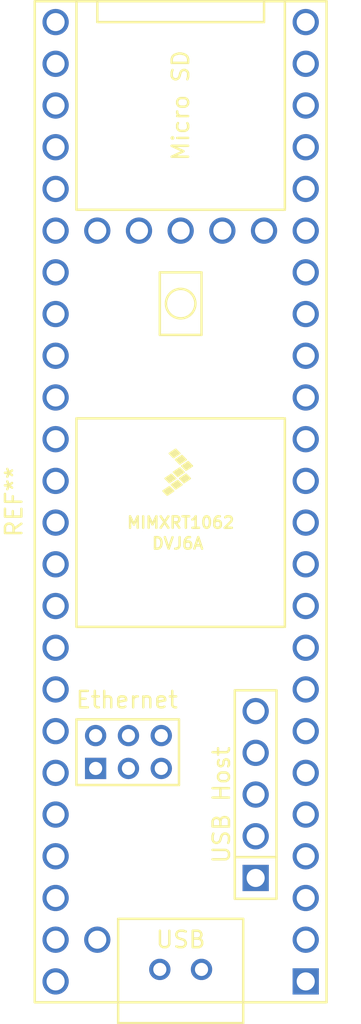
<source format=kicad_pcb>
(kicad_pcb (version 20221018) (generator pcbnew)
  (layers (0 "F.Cu" signal) (31 "B.Cu" signal) (34 "B.Paste" user) (35 "F.Paste" user) (36 "B.SilkS" user "B.Silkscreen") (37 "F.SilkS" user "F.Silkscreen") (38 "B.Mask" user) (39 "F.Mask" user) (44 "Edge.Cuts" user))
  (net 0 "")
  (footprint "MicroControllers:Teensy41" (layer "F.Cu") (at 129.54 85.09 90)
    (fp_text reference "REF**" (at 0 -10.16 90) (layer "F.SilkS"))
    (fp_text value "Teensy 4.1")
    (fp_text user "MIMXRT1062" (at -1.27 0) (layer "F.SilkS") (effects (font (size 0.7 0.7))))
    (fp_text user "USB Host" (at -18.4658 2.4892 90) (layer "F.SilkS"))
    (fp_text user "DVJ6A" (at -2.54 -0.18) (layer "F.SilkS") (effects (font (size 0.7 0.7))))
    (fp_text user "Ethernet" (at -12.065 -3.2766) (layer "F.SilkS"))
    (fp_text user "USB" (at -26.67 0) (layer "F.SilkS"))
    (fp_text user "Micro SD" (at 24.13 0 90) (layer "F.SilkS"))
    (fp_line (start -31.75 -3.81) (end -30.48 -3.81) (stroke (width 0.15)) (layer "F.SilkS"))
    (fp_line (start -31.75 3.81) (end -31.75 -3.81) (stroke (width 0.15)) (layer "F.SilkS"))
    (fp_line (start -30.48 -8.89) (end 30.48 -8.89) (stroke (width 0.15)) (layer "F.SilkS"))
    (fp_line (start -30.48 3.81) (end -31.75 3.81) (stroke (width 0.15)) (layer "F.SilkS"))
    (fp_line (start -30.48 8.89) (end -30.48 -8.89) (stroke (width 0.15)) (layer "F.SilkS"))
    (fp_line (start -25.4 -3.81) (end -30.48 -3.81) (stroke (width 0.15)) (layer "F.SilkS"))
    (fp_line (start -25.4 3.81) (end -30.48 3.81) (stroke (width 0.15)) (layer "F.SilkS"))
    (fp_line (start -25.4 3.81) (end -25.4 -3.81) (stroke (width 0.15)) (layer "F.SilkS"))
    (fp_line (start -24.1808 3.2992) (end -21.6408 3.2992) (stroke (width 0.15)) (layer "F.SilkS"))
    (fp_line (start -24.1808 3.2992) (end -11.4808 3.2992) (stroke (width 0.15)) (layer "F.SilkS"))
    (fp_line (start -24.1808 5.8392) (end -24.1808 3.2992) (stroke (width 0.15)) (layer "F.SilkS"))
    (fp_line (start -21.6408 3.2992) (end -21.6408 5.8392) (stroke (width 0.15)) (layer "F.SilkS"))
    (fp_line (start -17.25 -6.3516) (end -17.25 -6.1016) (stroke (width 0.15)) (layer "F.SilkS"))
    (fp_line (start -17.25 -6.1016) (end -17.25 -0.1016) (stroke (width 0.15)) (layer "F.SilkS"))
    (fp_line (start -17.25 -0.1016) (end -13.25 -0.1016) (stroke (width 0.15)) (layer "F.SilkS"))
    (fp_line (start -13.25 -6.3516) (end -17.25 -6.3516) (stroke (width 0.15)) (layer "F.SilkS"))
    (fp_line (start -13.25 -0.1016) (end -13.25 -6.3516) (stroke (width 0.15)) (layer "F.SilkS"))
    (fp_line (start -11.4808 3.2992) (end -11.4808 5.8392) (stroke (width 0.15)) (layer "F.SilkS"))
    (fp_line (start -11.4808 5.8392) (end -24.1808 5.8392) (stroke (width 0.15)) (layer "F.SilkS"))
    (fp_line (start -7.62 -6.35) (end -7.62 6.35) (stroke (width 0.15)) (layer "F.SilkS"))
    (fp_line (start -7.62 6.35) (end 5.08 6.35) (stroke (width 0.15)) (layer "F.SilkS"))
    (fp_line (start 5.08 -6.35) (end -7.62 -6.35) (stroke (width 0.15)) (layer "F.SilkS"))
    (fp_line (start 5.08 6.35) (end 5.08 -6.35) (stroke (width 0.15)) (layer "F.SilkS"))
    (fp_line (start 10.16 -1.27) (end 13.97 -1.27) (stroke (width 0.15)) (layer "F.SilkS"))
    (fp_line (start 10.16 1.27) (end 10.16 -1.27) (stroke (width 0.15)) (layer "F.SilkS"))
    (fp_line (start 13.97 -1.27) (end 13.97 1.27) (stroke (width 0.15)) (layer "F.SilkS"))
    (fp_line (start 13.97 1.27) (end 10.16 1.27) (stroke (width 0.15)) (layer "F.SilkS"))
    (fp_line (start 17.78 -6.35) (end 17.78 6.35) (stroke (width 0.15)) (layer "F.SilkS"))
    (fp_line (start 17.78 6.35) (end 30.48 6.35) (stroke (width 0.15)) (layer "F.SilkS"))
    (fp_line (start 29.21 -5.08) (end 29.21 5.08) (stroke (width 0.15)) (layer "F.SilkS"))
    (fp_line (start 29.21 5.08) (end 30.48 5.08) (stroke (width 0.15)) (layer "F.SilkS"))
    (fp_line (start 30.48 -8.89) (end 30.48 8.89) (stroke (width 0.15)) (layer "F.SilkS"))
    (fp_line (start 30.48 -6.35) (end 17.78 -6.35) (stroke (width 0.15)) (layer "F.SilkS"))
    (fp_line (start 30.48 -5.08) (end 29.21 -5.08) (stroke (width 0.15)) (layer "F.SilkS"))
    (fp_line (start 30.48 8.89) (end -30.48 8.89) (stroke (width 0.15)) (layer "F.SilkS"))
    (fp_circle (center 12.065 0) (end 12.7 -0.635) (stroke (width 0.15)) (fill none) (layer "F.SilkS"))
    (fp_poly (pts (xy 0.911 -0.688) (xy 0.657 -0.434) (xy 0.403 -0.815) (xy 0.657 -1.069)) (stroke (width 0.1)) (fill solid) (layer "F.SilkS"))
    (fp_poly (pts (xy 1.292 -0.18) (xy 1.038 0.074) (xy 0.784 -0.307) (xy 1.038 -0.561)) (stroke (width 0.1)) (fill solid) (layer "F.SilkS"))
    (fp_poly (pts (xy 1.673 -0.561) (xy 1.419 -0.307) (xy 1.165 -0.688) (xy 1.419 -0.942)) (stroke (width 0.1)) (fill solid) (layer "F.SilkS"))
    (fp_poly (pts (xy 1.673 0.328) (xy 1.419 0.582) (xy 1.165 0.201) (xy 1.419 -0.053)) (stroke (width 0.1)) (fill solid) (layer "F.SilkS"))
    (fp_poly (pts (xy 2.054 -0.053) (xy 1.8 0.201) (xy 1.546 -0.18) (xy 1.8 -0.434)) (stroke (width 0.1)) (fill solid) (layer "F.SilkS"))
    (fp_poly (pts (xy 2.435 0.455) (xy 2.181 0.709) (xy 1.927 0.328) (xy 2.181 0.074)) (stroke (width 0.1)) (fill solid) (layer "F.SilkS"))
    (fp_poly (pts (xy 2.816 0.074) (xy 2.562 0.328) (xy 2.308 -0.053) (xy 2.562 -0.307)) (stroke (width 0.1)) (fill solid) (layer "F.SilkS"))
    (fp_poly (pts (xy 3.197 -0.307) (xy 2.943 -0.053) (xy 2.689 -0.434) (xy 2.943 -0.688)) (stroke (width 0.1)) (fill solid) (layer "F.SilkS"))
    (pad "1" thru_hole rect (at -29.21 7.62 90) (size 1.6 1.6) (drill 1.1) (layers "*.Cu" "*.Mask"))
    (pad "2" thru_hole circle (at -26.67 7.62 90) (size 1.6 1.6) (drill 1.1) (layers "*.Cu" "*.Mask"))
    (pad "3" thru_hole circle (at -24.13 7.62 90) (size 1.6 1.6) (drill 1.1) (layers "*.Cu" "*.Mask"))
    (pad "4" thru_hole circle (at -21.59 7.62 90) (size 1.6 1.6) (drill 1.1) (layers "*.Cu" "*.Mask"))
    (pad "5" thru_hole circle (at -19.05 7.62 90) (size 1.6 1.6) (drill 1.1) (layers "*.Cu" "*.Mask"))
    (pad "6" thru_hole circle (at -16.51 7.62 90) (size 1.6 1.6) (drill 1.1) (layers "*.Cu" "*.Mask"))
    (pad "7" thru_hole circle (at -13.97 7.62 90) (size 1.6 1.6) (drill 1.1) (layers "*.Cu" "*.Mask"))
    (pad "8" thru_hole circle (at -11.43 7.62 90) (size 1.6 1.6) (drill 1.1) (layers "*.Cu" "*.Mask"))
    (pad "9" thru_hole circle (at -8.89 7.62 90) (size 1.6 1.6) (drill 1.1) (layers "*.Cu" "*.Mask"))
    (pad "10" thru_hole circle (at -6.35 7.62 90) (size 1.6 1.6) (drill 1.1) (layers "*.Cu" "*.Mask"))
    (pad "11" thru_hole circle (at -3.81 7.62 90) (size 1.6 1.6) (drill 1.1) (layers "*.Cu" "*.Mask"))
    (pad "12" thru_hole circle (at -1.27 7.62 90) (size 1.6 1.6) (drill 1.1) (layers "*.Cu" "*.Mask"))
    (pad "13" thru_hole circle (at 1.27 7.62 90) (size 1.6 1.6) (drill 1.1) (layers "*.Cu" "*.Mask"))
    (pad "14" thru_hole circle (at 3.81 7.62 90) (size 1.6 1.6) (drill 1.1) (layers "*.Cu" "*.Mask"))
    (pad "15" thru_hole circle (at 6.35 7.62 90) (size 1.6 1.6) (drill 1.1) (layers "*.Cu" "*.Mask"))
    (pad "16" thru_hole circle (at 8.89 7.62 90) (size 1.6 1.6) (drill 1.1) (layers "*.Cu" "*.Mask"))
    (pad "17" thru_hole circle (at 11.43 7.62 90) (size 1.6 1.6) (drill 1.1) (layers "*.Cu" "*.Mask"))
    (pad "18" thru_hole circle (at 13.97 7.62 90) (size 1.6 1.6) (drill 1.1) (layers "*.Cu" "*.Mask"))
    (pad "19" thru_hole circle (at 16.51 7.62 90) (size 1.6 1.6) (drill 1.1) (layers "*.Cu" "*.Mask"))
    (pad "20" thru_hole circle (at 19.05 7.62 90) (size 1.6 1.6) (drill 1.1) (layers "*.Cu" "*.Mask"))
    (pad "21" thru_hole circle (at 21.59 7.62 90) (size 1.6 1.6) (drill 1.1) (layers "*.Cu" "*.Mask"))
    (pad "22" thru_hole circle (at 24.13 7.62 90) (size 1.6 1.6) (drill 1.1) (layers "*.Cu" "*.Mask"))
    (pad "23" thru_hole circle (at 26.67 7.62 90) (size 1.6 1.6) (drill 1.1) (layers "*.Cu" "*.Mask"))
    (pad "24" thru_hole circle (at 29.21 7.62 90) (size 1.6 1.6) (drill 1.1) (layers "*.Cu" "*.Mask"))
    (pad "25" thru_hole circle (at 29.21 -7.62 90) (size 1.6 1.6) (drill 1.1) (layers "*.Cu" "*.Mask"))
    (pad "26" thru_hole circle (at 26.67 -7.62 90) (size 1.6 1.6) (drill 1.1) (layers "*.Cu" "*.Mask"))
    (pad "27" thru_hole circle (at 24.13 -7.62 90) (size 1.6 1.6) (drill 1.1) (layers "*.Cu" "*.Mask"))
    (pad "28" thru_hole circle (at 21.59 -7.62 90) (size 1.6 1.6) (drill 1.1) (layers "*.Cu" "*.Mask"))
    (pad "29" thru_hole circle (at 19.05 -7.62 90) (size 1.6 1.6) (drill 1.1) (layers "*.Cu" "*.Mask"))
    (pad "30" thru_hole circle (at 16.51 -7.62 90) (size 1.6 1.6) (drill 1.1) (layers "*.Cu" "*.Mask"))
    (pad "31" thru_hole circle (at 13.97 -7.62 90) (size 1.6 1.6) (drill 1.1) (layers "*.Cu" "*.Mask"))
    (pad "32" thru_hole circle (at 11.43 -7.62 90) (size 1.6 1.6) (drill 1.1) (layers "*.Cu" "*.Mask"))
    (pad "33" thru_hole circle (at 8.89 -7.62 90) (size 1.6 1.6) (drill 1.1) (layers "*.Cu" "*.Mask"))
    (pad "34" thru_hole circle (at 6.35 -7.62 90) (size 1.6 1.6) (drill 1.1) (layers "*.Cu" "*.Mask"))
    (pad "35" thru_hole circle (at 3.81 -7.62 90) (size 1.6 1.6) (drill 1.1) (layers "*.Cu" "*.Mask"))
    (pad "36" thru_hole circle (at 1.27 -7.62 90) (size 1.6 1.6) (drill 1.1) (layers "*.Cu" "*.Mask"))
    (pad "37" thru_hole circle (at -1.27 -7.62 90) (size 1.6 1.6) (drill 1.1) (layers "*.Cu" "*.Mask"))
    (pad "38" thru_hole circle (at -3.81 -7.62 90) (size 1.6 1.6) (drill 1.1) (layers "*.Cu" "*.Mask"))
    (pad "39" thru_hole circle (at -6.35 -7.62 90) (size 1.6 1.6) (drill 1.1) (layers "*.Cu" "*.Mask"))
    (pad "40" thru_hole circle (at -8.89 -7.62 90) (size 1.6 1.6) (drill 1.1) (layers "*.Cu" "*.Mask"))
    (pad "41" thru_hole circle (at -11.43 -7.62 90) (size 1.6 1.6) (drill 1.1) (layers "*.Cu" "*.Mask"))
    (pad "42" thru_hole circle (at -13.97 -7.62 90) (size 1.6 1.6) (drill 1.1) (layers "*.Cu" "*.Mask"))
    (pad "43" thru_hole circle (at -16.51 -7.62 90) (size 1.6 1.6) (drill 1.1) (layers "*.Cu" "*.Mask"))
    (pad "44" thru_hole circle (at -19.05 -7.62 90) (size 1.6 1.6) (drill 1.1) (layers "*.Cu" "*.Mask"))
    (pad "45" thru_hole circle (at -21.59 -7.62 90) (size 1.6 1.6) (drill 1.1) (layers "*.Cu" "*.Mask"))
    (pad "46" thru_hole circle (at -24.13 -7.62 90) (size 1.6 1.6) (drill 1.1) (layers "*.Cu" "*.Mask"))
    (pad "47" thru_hole circle (at -26.67 -7.62 90) (size 1.6 1.6) (drill 1.1) (layers "*.Cu" "*.Mask"))
    (pad "48" thru_hole circle (at -29.21 -7.62 90) (size 1.6 1.6) (drill 1.1) (layers "*.Cu" "*.Mask"))
    (pad "49" thru_hole circle (at -26.67 -5.08 90) (size 1.6 1.6) (drill 1.1) (layers "*.Cu" "*.Mask"))
    (pad "50" thru_hole circle (at 16.51 5.08 90) (size 1.6 1.6) (drill 1.1) (layers "*.Cu" "*.Mask"))
    (pad "51" thru_hole circle (at 16.51 2.54 90) (size 1.6 1.6) (drill 1.1) (layers "*.Cu" "*.Mask"))
    (pad "52" thru_hole circle (at 16.51 0 90) (size 1.6 1.6) (drill 1.1) (layers "*.Cu" "*.Mask"))
    (pad "53" thru_hole circle (at 16.51 -2.54 90) (size 1.6 1.6) (drill 1.1) (layers "*.Cu" "*.Mask"))
    (pad "54" thru_hole circle (at 16.51 -5.08 90) (size 1.6 1.6) (drill 1.1) (layers "*.Cu" "*.Mask"))
    (pad "55" thru_hole rect (at -22.9108 4.5692 90) (size 1.6 1.6) (drill 1.1) (layers "*.Cu" "*.Mask"))
    (pad "56" thru_hole circle (at -20.3708 4.5692 90) (size 1.6 1.6) (drill 1.1) (layers "*.Cu" "*.Mask"))
    (pad "57" thru_hole circle (at -17.8308 4.5692 90) (size 1.6 1.6) (drill 1.1) (layers "*.Cu" "*.Mask"))
    (pad "58" thru_hole circle (at -15.2908 4.5692 90) (size 1.6 1.6) (drill 1.1) (layers "*.Cu" "*.Mask"))
    (pad "59" thru_hole circle (at -12.7508 4.5692 90) (size 1.6 1.6) (drill 1.1) (layers "*.Cu" "*.Mask"))
    (pad "60" thru_hole rect (at -16.24 -5.1816 90) (size 1.3 1.3) (drill 0.8) (layers "*.Cu" "*.Mask"))
    (pad "61" thru_hole circle (at -16.24 -3.1816 90) (size 1.3 1.3) (drill 0.8) (layers "*.Cu" "*.Mask"))
    (pad "62" thru_hole circle (at -16.24 -1.1816 90) (size 1.3 1.3) (drill 0.8) (layers "*.Cu" "*.Mask"))
    (pad "63" thru_hole circle (at -14.24 -1.1816 90) (size 1.3 1.3) (drill 0.8) (layers "*.Cu" "*.Mask"))
    (pad "64" thru_hole circle (at -14.24 -3.1816 90) (size 1.3 1.3) (drill 0.8) (layers "*.Cu" "*.Mask"))
    (pad "65" thru_hole circle (at -14.24 -5.1816 90) (size 1.3 1.3) (drill 0.8) (layers "*.Cu" "*.Mask"))
    (pad "66" thru_hole circle (at -28.48 -1.27 90) (size 1.3 1.3) (drill 0.8) (layers "*.Cu" "*.Mask"))
    (pad "67" thru_hole circle (at -28.48 1.27 90) (size 1.3 1.3) (drill 0.8) (layers "*.Cu" "*.Mask"))
  )
)
</source>
